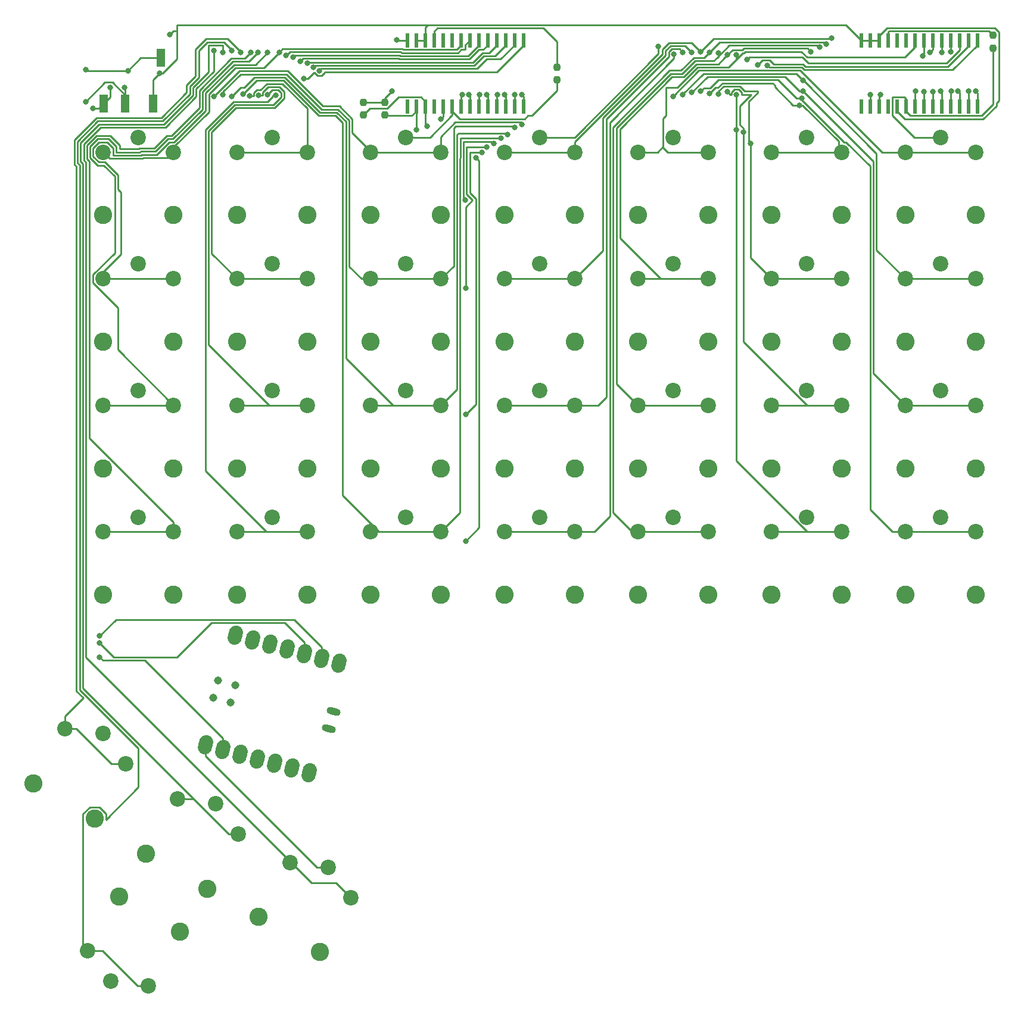
<source format=gbr>
%TF.GenerationSoftware,KiCad,Pcbnew,(6.0.11)*%
%TF.CreationDate,2023-05-24T14:48:23-07:00*%
%TF.ProjectId,keeb,6b656562-2e6b-4696-9361-645f70636258,rev?*%
%TF.SameCoordinates,Original*%
%TF.FileFunction,Copper,L2,Bot*%
%TF.FilePolarity,Positive*%
%FSLAX46Y46*%
G04 Gerber Fmt 4.6, Leading zero omitted, Abs format (unit mm)*
G04 Created by KiCad (PCBNEW (6.0.11)) date 2023-05-24 14:48:23*
%MOMM*%
%LPD*%
G01*
G04 APERTURE LIST*
G04 Aperture macros list*
%AMRoundRect*
0 Rectangle with rounded corners*
0 $1 Rounding radius*
0 $2 $3 $4 $5 $6 $7 $8 $9 X,Y pos of 4 corners*
0 Add a 4 corners polygon primitive as box body*
4,1,4,$2,$3,$4,$5,$6,$7,$8,$9,$2,$3,0*
0 Add four circle primitives for the rounded corners*
1,1,$1+$1,$2,$3*
1,1,$1+$1,$4,$5*
1,1,$1+$1,$6,$7*
1,1,$1+$1,$8,$9*
0 Add four rect primitives between the rounded corners*
20,1,$1+$1,$2,$3,$4,$5,0*
20,1,$1+$1,$4,$5,$6,$7,0*
20,1,$1+$1,$6,$7,$8,$9,0*
20,1,$1+$1,$8,$9,$2,$3,0*%
%AMHorizOval*
0 Thick line with rounded ends*
0 $1 width*
0 $2 $3 position (X,Y) of the first rounded end (center of the circle)*
0 $4 $5 position (X,Y) of the second rounded end (center of the circle)*
0 Add line between two ends*
20,1,$1,$2,$3,$4,$5,0*
0 Add two circle primitives to create the rounded ends*
1,1,$1,$2,$3*
1,1,$1,$4,$5*%
G04 Aperture macros list end*
%TA.AperFunction,ComponentPad*%
%ADD10C,2.600000*%
%TD*%
%TA.AperFunction,ComponentPad*%
%ADD11C,2.200000*%
%TD*%
%TA.AperFunction,SMDPad,CuDef*%
%ADD12R,0.600000X2.000000*%
%TD*%
%TA.AperFunction,SMDPad,CuDef*%
%ADD13RoundRect,0.237500X0.237500X-0.250000X0.237500X0.250000X-0.237500X0.250000X-0.237500X-0.250000X0*%
%TD*%
%TA.AperFunction,SMDPad,CuDef*%
%ADD14HorizOval,1.998980X-0.096967X-0.361884X0.096967X0.361884X0*%
%TD*%
%TA.AperFunction,SMDPad,CuDef*%
%ADD15HorizOval,1.016000X-0.490690X0.131480X0.490690X-0.131480X0*%
%TD*%
%TA.AperFunction,SMDPad,CuDef*%
%ADD16C,1.143000*%
%TD*%
%TA.AperFunction,SMDPad,CuDef*%
%ADD17RoundRect,0.237500X-0.237500X0.250000X-0.237500X-0.250000X0.237500X-0.250000X0.237500X0.250000X0*%
%TD*%
%TA.AperFunction,SMDPad,CuDef*%
%ADD18R,1.200000X2.500000*%
%TD*%
%TA.AperFunction,ViaPad*%
%ADD19C,0.800000*%
%TD*%
%TA.AperFunction,Conductor*%
%ADD20C,0.250000*%
%TD*%
G04 APERTURE END LIST*
D10*
%TO.P,SW25,*%
%TO.N,*%
X84000000Y-60150000D03*
D11*
%TO.P,SW25,1,1*%
%TO.N,+5V*%
X89000000Y-49100000D03*
%TO.P,SW25,2,2*%
%TO.N,Net-(SW25-Pad2)*%
X94000000Y-51200000D03*
%TD*%
D10*
%TO.P,SW5,*%
%TO.N,*%
X179000000Y-60150000D03*
D11*
%TO.P,SW5,1,1*%
%TO.N,+5V*%
X184000000Y-49100000D03*
%TO.P,SW5,2,2*%
%TO.N,Net-(SW37-Pad2)*%
X189000000Y-51200000D03*
%TD*%
D10*
%TO.P,SW12,*%
%TO.N,*%
X160000000Y-114150000D03*
D11*
%TO.P,SW12,1,1*%
%TO.N,+5V*%
X165000000Y-103100000D03*
%TO.P,SW12,2,2*%
%TO.N,Net-(SW12-Pad2)*%
X170000000Y-105200000D03*
%TD*%
D10*
%TO.P,SW6,*%
%TO.N,*%
X179000000Y-78150000D03*
D11*
%TO.P,SW6,1,1*%
%TO.N,+5V*%
X184000000Y-67100000D03*
%TO.P,SW6,2,2*%
%TO.N,Net-(SW38-Pad2)*%
X189000000Y-69200000D03*
%TD*%
D10*
%TO.P,SW7,*%
%TO.N,*%
X179000000Y-96150000D03*
D11*
%TO.P,SW7,1,1*%
%TO.N,+5V*%
X184000000Y-85100000D03*
%TO.P,SW7,2,2*%
%TO.N,Net-(SW39-Pad2)*%
X189000000Y-87200000D03*
%TD*%
D10*
%TO.P,SW19,*%
%TO.N,*%
X122000000Y-96150000D03*
D11*
%TO.P,SW19,1,1*%
%TO.N,+5V*%
X127000000Y-85100000D03*
%TO.P,SW19,2,2*%
%TO.N,Net-(SW19-Pad2)*%
X132000000Y-87200000D03*
%TD*%
D10*
%TO.P,SW3,*%
%TO.N,*%
X198000000Y-96150000D03*
D11*
%TO.P,SW3,1,1*%
%TO.N,+5V*%
X203000000Y-85100000D03*
%TO.P,SW3,2,2*%
%TO.N,Net-(SW3-Pad2)*%
X208000000Y-87200000D03*
%TD*%
D10*
%TO.P,SW9,*%
%TO.N,*%
X160000000Y-60150000D03*
D11*
%TO.P,SW9,1,1*%
%TO.N,+5V*%
X165000000Y-49100000D03*
%TO.P,SW9,2,2*%
%TO.N,Net-(SW41-Pad2)*%
X170000000Y-51200000D03*
%TD*%
D10*
%TO.P,SW14,*%
%TO.N,*%
X141000000Y-78150000D03*
D11*
%TO.P,SW14,1,1*%
%TO.N,+5V*%
X146000000Y-67100000D03*
%TO.P,SW14,2,2*%
%TO.N,Net-(SW14-Pad2)*%
X151000000Y-69200000D03*
%TD*%
D10*
%TO.P,SW1,*%
%TO.N,*%
X198000000Y-60150000D03*
D11*
%TO.P,SW1,1,1*%
%TO.N,+5V*%
X203000000Y-49100000D03*
%TO.P,SW1,2,2*%
%TO.N,Net-(SW1-Pad2)*%
X208000000Y-51200000D03*
%TD*%
D10*
%TO.P,SW32,*%
%TO.N,*%
X106094873Y-159960031D03*
D11*
%TO.P,SW32,1,1*%
%TO.N,+5V*%
X115950000Y-152890450D03*
%TO.P,SW32,2,2*%
%TO.N,Net-(SW32-Pad2)*%
X119230127Y-157209103D03*
%TD*%
D10*
%TO.P,SW20,*%
%TO.N,*%
X122000000Y-114150000D03*
D11*
%TO.P,SW20,1,1*%
%TO.N,+5V*%
X127000000Y-103100000D03*
%TO.P,SW20,2,2*%
%TO.N,Net-(SW20-Pad2)*%
X132000000Y-105200000D03*
%TD*%
D10*
%TO.P,SW29,*%
%TO.N,*%
X74094873Y-140960031D03*
D11*
%TO.P,SW29,1,1*%
%TO.N,+5V*%
X83950000Y-133890450D03*
%TO.P,SW29,2,2*%
%TO.N,Net-(SW29-Pad2)*%
X87230127Y-138209103D03*
%TD*%
D10*
%TO.P,SW10,*%
%TO.N,*%
X160000000Y-78150000D03*
D11*
%TO.P,SW10,1,1*%
%TO.N,+5V*%
X165000000Y-67100000D03*
%TO.P,SW10,2,2*%
%TO.N,Net-(SW10-Pad2)*%
X170000000Y-69200000D03*
%TD*%
D10*
%TO.P,SW8,*%
%TO.N,*%
X179000000Y-114150000D03*
D11*
%TO.P,SW8,1,1*%
%TO.N,+5V*%
X184000000Y-103100000D03*
%TO.P,SW8,2,2*%
%TO.N,Net-(SW40-Pad2)*%
X189000000Y-105200000D03*
%TD*%
D10*
%TO.P,SW31,*%
%TO.N,*%
X90094873Y-150960031D03*
D11*
%TO.P,SW31,1,1*%
%TO.N,+5V*%
X99950000Y-143890450D03*
%TO.P,SW31,2,2*%
%TO.N,Net-(SW31-Pad2)*%
X103230127Y-148209103D03*
%TD*%
D10*
%TO.P,SW15,*%
%TO.N,*%
X141000000Y-96150000D03*
D11*
%TO.P,SW15,1,1*%
%TO.N,+5V*%
X146000000Y-85100000D03*
%TO.P,SW15,2,2*%
%TO.N,Net-(SW15-Pad2)*%
X151000000Y-87200000D03*
%TD*%
D10*
%TO.P,SW2,*%
%TO.N,*%
X198000000Y-78150000D03*
D11*
%TO.P,SW2,1,1*%
%TO.N,+5V*%
X203000000Y-67100000D03*
%TO.P,SW2,2,2*%
%TO.N,Net-(SW2-Pad2)*%
X208000000Y-69200000D03*
%TD*%
D10*
%TO.P,SW11,*%
%TO.N,*%
X160000000Y-96150000D03*
D11*
%TO.P,SW11,1,1*%
%TO.N,+5V*%
X165000000Y-85100000D03*
%TO.P,SW11,2,2*%
%TO.N,Net-(SW11-Pad2)*%
X170000000Y-87200000D03*
%TD*%
D10*
%TO.P,SW30,*%
%TO.N,*%
X94905127Y-162039969D03*
D11*
%TO.P,SW30,1,1*%
%TO.N,+5V*%
X85050000Y-169109550D03*
%TO.P,SW30,2,2*%
%TO.N,Net-(SW30-Pad2)*%
X81769873Y-164790897D03*
%TD*%
D10*
%TO.P,SW22,*%
%TO.N,*%
X103000000Y-78150000D03*
D11*
%TO.P,SW22,1,1*%
%TO.N,+5V*%
X108000000Y-67100000D03*
%TO.P,SW22,2,2*%
%TO.N,Net-(SW22-Pad2)*%
X113000000Y-69200000D03*
%TD*%
D10*
%TO.P,SW4,*%
%TO.N,*%
X198000000Y-114150000D03*
D11*
%TO.P,SW4,1,1*%
%TO.N,+5V*%
X203000000Y-103100000D03*
%TO.P,SW4,2,2*%
%TO.N,Net-(SW36-Pad2)*%
X208000000Y-105200000D03*
%TD*%
D10*
%TO.P,SW21,*%
%TO.N,*%
X103000000Y-60150000D03*
D11*
%TO.P,SW21,1,1*%
%TO.N,+5V*%
X108000000Y-49100000D03*
%TO.P,SW21,2,2*%
%TO.N,Net-(SW21-Pad2)*%
X113000000Y-51200000D03*
%TD*%
D10*
%TO.P,SW17,*%
%TO.N,*%
X122000000Y-60150000D03*
D11*
%TO.P,SW17,1,1*%
%TO.N,+5V*%
X127000000Y-49100000D03*
%TO.P,SW17,2,2*%
%TO.N,Net-(SW17-Pad2)*%
X132000000Y-51200000D03*
%TD*%
D10*
%TO.P,SW16,*%
%TO.N,*%
X141000000Y-114150000D03*
D11*
%TO.P,SW16,1,1*%
%TO.N,+5V*%
X146000000Y-103100000D03*
%TO.P,SW16,2,2*%
%TO.N,Net-(SW16-Pad2)*%
X151000000Y-105200000D03*
%TD*%
D10*
%TO.P,SW26,*%
%TO.N,*%
X84000000Y-78150000D03*
D11*
%TO.P,SW26,1,1*%
%TO.N,+5V*%
X89000000Y-67100000D03*
%TO.P,SW26,2,2*%
%TO.N,Net-(SW26-Pad2)*%
X94000000Y-69200000D03*
%TD*%
D10*
%TO.P,SW24,*%
%TO.N,*%
X103000000Y-114150000D03*
D11*
%TO.P,SW24,1,1*%
%TO.N,+5V*%
X108000000Y-103100000D03*
%TO.P,SW24,2,2*%
%TO.N,Net-(SW24-Pad2)*%
X113000000Y-105200000D03*
%TD*%
D10*
%TO.P,SW18,*%
%TO.N,*%
X122000000Y-78150000D03*
D11*
%TO.P,SW18,1,1*%
%TO.N,+5V*%
X127000000Y-67100000D03*
%TO.P,SW18,2,2*%
%TO.N,Net-(SW18-Pad2)*%
X132000000Y-69200000D03*
%TD*%
D10*
%TO.P,SW27,*%
%TO.N,*%
X84000000Y-96150000D03*
D11*
%TO.P,SW27,1,1*%
%TO.N,+5V*%
X89000000Y-85100000D03*
%TO.P,SW27,2,2*%
%TO.N,Net-(SW27-Pad2)*%
X94000000Y-87200000D03*
%TD*%
D10*
%TO.P,SW28,*%
%TO.N,*%
X84000000Y-114150000D03*
D11*
%TO.P,SW28,1,1*%
%TO.N,+5V*%
X89000000Y-103100000D03*
%TO.P,SW28,2,2*%
%TO.N,Net-(SW28-Pad2)*%
X94000000Y-105200000D03*
%TD*%
D10*
%TO.P,SW13,*%
%TO.N,*%
X141000000Y-60150000D03*
D11*
%TO.P,SW13,1,1*%
%TO.N,+5V*%
X146000000Y-49100000D03*
%TO.P,SW13,2,2*%
%TO.N,Net-(SW13-Pad2)*%
X151000000Y-51200000D03*
%TD*%
D10*
%TO.P,SW23,*%
%TO.N,*%
X103000000Y-96150000D03*
D11*
%TO.P,SW23,1,1*%
%TO.N,+5V*%
X108000000Y-85100000D03*
%TO.P,SW23,2,2*%
%TO.N,Net-(SW23-Pad2)*%
X113000000Y-87200000D03*
%TD*%
D10*
%TO.P,SW38,*%
%TO.N,*%
X189000000Y-78150000D03*
D11*
%TO.P,SW38,1,1*%
%TO.N,+5V*%
X184000000Y-67100000D03*
%TO.P,SW38,2,2*%
%TO.N,Net-(SW38-Pad2)*%
X179000000Y-69200000D03*
%TD*%
D10*
%TO.P,SW57,*%
%TO.N,*%
X94000000Y-60150000D03*
D11*
%TO.P,SW57,1,1*%
%TO.N,+5V*%
X89000000Y-49100000D03*
%TO.P,SW57,2,2*%
%TO.N,Net-(SW25-Pad2)*%
X84000000Y-51200000D03*
%TD*%
D12*
%TO.P,U4,1,GPB0*%
%TO.N,Net-(SW1-Pad2)*%
X208255000Y-44700000D03*
%TO.P,U4,2,GPB1*%
%TO.N,Net-(SW2-Pad2)*%
X206985000Y-44700000D03*
%TO.P,U4,3,GPB2*%
%TO.N,Net-(SW3-Pad2)*%
X205715000Y-44700000D03*
%TO.P,U4,4,GPB3*%
%TO.N,Net-(SW36-Pad2)*%
X204445000Y-44700000D03*
%TO.P,U4,5,GPB4*%
%TO.N,Net-(SW37-Pad2)*%
X203175000Y-44700000D03*
%TO.P,U4,6,GPB5*%
%TO.N,Net-(SW38-Pad2)*%
X201905000Y-44700000D03*
%TO.P,U4,7,GPB6*%
%TO.N,Net-(SW39-Pad2)*%
X200635000Y-44700000D03*
%TO.P,U4,8,GPB7*%
%TO.N,Net-(SW40-Pad2)*%
X199365000Y-44700000D03*
%TO.P,U4,9,VDD*%
%TO.N,+5V*%
X198095000Y-44700000D03*
%TO.P,U4,10,VSS*%
%TO.N,GND*%
X196825000Y-44700000D03*
%TO.P,U4,11,NC*%
%TO.N,unconnected-(U4-Pad11)*%
X195555000Y-44700000D03*
%TO.P,U4,12,SCK*%
%TO.N,/SCK*%
X194285000Y-44700000D03*
%TO.P,U4,13,SDA*%
%TO.N,/SDA*%
X193015000Y-44700000D03*
%TO.P,U4,14,NC*%
%TO.N,unconnected-(U4-Pad14)*%
X191745000Y-44700000D03*
%TO.P,U4,15,A0*%
%TO.N,GND*%
X191745000Y-35300000D03*
%TO.P,U4,16,A1*%
X193015000Y-35300000D03*
%TO.P,U4,17,A2*%
X194285000Y-35300000D03*
%TO.P,U4,18,~{RESET}*%
%TO.N,/Reset 3*%
X195555000Y-35300000D03*
%TO.P,U4,19,INTB*%
%TO.N,unconnected-(U4-Pad19)*%
X196825000Y-35300000D03*
%TO.P,U4,20,INTA*%
%TO.N,unconnected-(U4-Pad20)*%
X198095000Y-35300000D03*
%TO.P,U4,21,GPA0*%
%TO.N,Net-(SW41-Pad2)*%
X199365000Y-35300000D03*
%TO.P,U4,22,GPA1*%
%TO.N,Net-(SW10-Pad2)*%
X200635000Y-35300000D03*
%TO.P,U4,23,GPA2*%
%TO.N,Net-(SW11-Pad2)*%
X201905000Y-35300000D03*
%TO.P,U4,24,GPA3*%
%TO.N,Net-(SW12-Pad2)*%
X203175000Y-35300000D03*
%TO.P,U4,25,GPA4*%
%TO.N,Net-(SW13-Pad2)*%
X204445000Y-35300000D03*
%TO.P,U4,26,GPA5*%
%TO.N,Net-(SW14-Pad2)*%
X205715000Y-35300000D03*
%TO.P,U4,27,GPA6*%
%TO.N,Net-(SW15-Pad2)*%
X206985000Y-35300000D03*
%TO.P,U4,28,GPA7*%
%TO.N,Net-(SW16-Pad2)*%
X208255000Y-35300000D03*
%TD*%
D10*
%TO.P,SW47,*%
%TO.N,*%
X151000000Y-96150000D03*
D11*
%TO.P,SW47,1,1*%
%TO.N,+5V*%
X146000000Y-85100000D03*
%TO.P,SW47,2,2*%
%TO.N,Net-(SW15-Pad2)*%
X141000000Y-87200000D03*
%TD*%
D13*
%TO.P,R5,1*%
%TO.N,/SDA*%
X124000000Y-45912500D03*
%TO.P,R5,2*%
%TO.N,+5V*%
X124000000Y-44087500D03*
%TD*%
D10*
%TO.P,SW45,*%
%TO.N,*%
X151000000Y-60150000D03*
D11*
%TO.P,SW45,1,1*%
%TO.N,+5V*%
X146000000Y-49100000D03*
%TO.P,SW45,2,2*%
%TO.N,Net-(SW13-Pad2)*%
X141000000Y-51200000D03*
%TD*%
D10*
%TO.P,SW37,*%
%TO.N,*%
X189000000Y-60150000D03*
D11*
%TO.P,SW37,1,1*%
%TO.N,+5V*%
X184000000Y-49100000D03*
%TO.P,SW37,2,2*%
%TO.N,Net-(SW37-Pad2)*%
X179000000Y-51200000D03*
%TD*%
D10*
%TO.P,SW33,*%
%TO.N,*%
X208000000Y-60150000D03*
D11*
%TO.P,SW33,1,1*%
%TO.N,+5V*%
X203000000Y-49100000D03*
%TO.P,SW33,2,2*%
%TO.N,Net-(SW1-Pad2)*%
X198000000Y-51200000D03*
%TD*%
D12*
%TO.P,U5,1,GPB0*%
%TO.N,Net-(SW17-Pad2)*%
X143755000Y-44700000D03*
%TO.P,U5,2,GPB1*%
%TO.N,Net-(SW18-Pad2)*%
X142485000Y-44700000D03*
%TO.P,U5,3,GPB2*%
%TO.N,Net-(SW19-Pad2)*%
X141215000Y-44700000D03*
%TO.P,U5,4,GPB3*%
%TO.N,Net-(SW20-Pad2)*%
X139945000Y-44700000D03*
%TO.P,U5,5,GPB4*%
%TO.N,Net-(SW21-Pad2)*%
X138675000Y-44700000D03*
%TO.P,U5,6,GPB5*%
%TO.N,Net-(SW22-Pad2)*%
X137405000Y-44700000D03*
%TO.P,U5,7,GPB6*%
%TO.N,Net-(SW23-Pad2)*%
X136135000Y-44700000D03*
%TO.P,U5,8,GPB7*%
%TO.N,Net-(SW24-Pad2)*%
X134865000Y-44700000D03*
%TO.P,U5,9,VDD*%
%TO.N,+5V*%
X133595000Y-44700000D03*
%TO.P,U5,10,VSS*%
%TO.N,GND*%
X132325000Y-44700000D03*
%TO.P,U5,11,NC*%
%TO.N,unconnected-(U5-Pad11)*%
X131055000Y-44700000D03*
%TO.P,U5,12,SCK*%
%TO.N,/SCK*%
X129785000Y-44700000D03*
%TO.P,U5,13,SDA*%
%TO.N,/SDA*%
X128515000Y-44700000D03*
%TO.P,U5,14,NC*%
%TO.N,unconnected-(U5-Pad14)*%
X127245000Y-44700000D03*
%TO.P,U5,15,A0*%
%TO.N,+5V*%
X127245000Y-35300000D03*
%TO.P,U5,16,A1*%
%TO.N,GND*%
X128515000Y-35300000D03*
%TO.P,U5,17,A2*%
X129785000Y-35300000D03*
%TO.P,U5,18,~{RESET}*%
%TO.N,/Reset 4*%
X131055000Y-35300000D03*
%TO.P,U5,19,INTB*%
%TO.N,unconnected-(U5-Pad19)*%
X132325000Y-35300000D03*
%TO.P,U5,20,INTA*%
%TO.N,unconnected-(U5-Pad20)*%
X133595000Y-35300000D03*
%TO.P,U5,21,GPA0*%
%TO.N,Net-(SW25-Pad2)*%
X134865000Y-35300000D03*
%TO.P,U5,22,GPA1*%
%TO.N,Net-(SW26-Pad2)*%
X136135000Y-35300000D03*
%TO.P,U5,23,GPA2*%
%TO.N,Net-(SW27-Pad2)*%
X137405000Y-35300000D03*
%TO.P,U5,24,GPA3*%
%TO.N,Net-(SW28-Pad2)*%
X138675000Y-35300000D03*
%TO.P,U5,25,GPA4*%
%TO.N,Net-(SW29-Pad2)*%
X139945000Y-35300000D03*
%TO.P,U5,26,GPA5*%
%TO.N,Net-(SW30-Pad2)*%
X141215000Y-35300000D03*
%TO.P,U5,27,GPA6*%
%TO.N,Net-(SW31-Pad2)*%
X142485000Y-35300000D03*
%TO.P,U5,28,GPA7*%
%TO.N,Net-(SW32-Pad2)*%
X143755000Y-35300000D03*
%TD*%
D10*
%TO.P,SW42,*%
%TO.N,*%
X170000000Y-78150000D03*
D11*
%TO.P,SW42,1,1*%
%TO.N,+5V*%
X165000000Y-67100000D03*
%TO.P,SW42,2,2*%
%TO.N,Net-(SW10-Pad2)*%
X160000000Y-69200000D03*
%TD*%
D10*
%TO.P,SW35,*%
%TO.N,*%
X208000000Y-96150000D03*
D11*
%TO.P,SW35,1,1*%
%TO.N,+5V*%
X203000000Y-85100000D03*
%TO.P,SW35,2,2*%
%TO.N,Net-(SW3-Pad2)*%
X198000000Y-87200000D03*
%TD*%
D10*
%TO.P,SW34,*%
%TO.N,*%
X208000000Y-78150000D03*
D11*
%TO.P,SW34,1,1*%
%TO.N,+5V*%
X203000000Y-67100000D03*
%TO.P,SW34,2,2*%
%TO.N,Net-(SW2-Pad2)*%
X198000000Y-69200000D03*
%TD*%
D10*
%TO.P,SW63,*%
%TO.N,*%
X98755127Y-155960031D03*
D11*
%TO.P,SW63,1,1*%
%TO.N,+5V*%
X99950000Y-143890450D03*
%TO.P,SW63,2,2*%
%TO.N,Net-(SW31-Pad2)*%
X94569873Y-143209103D03*
%TD*%
D10*
%TO.P,SW49,*%
%TO.N,*%
X132000000Y-60150000D03*
D11*
%TO.P,SW49,1,1*%
%TO.N,+5V*%
X127000000Y-49100000D03*
%TO.P,SW49,2,2*%
%TO.N,Net-(SW17-Pad2)*%
X122000000Y-51200000D03*
%TD*%
D10*
%TO.P,SW55,*%
%TO.N,*%
X113000000Y-96150000D03*
D11*
%TO.P,SW55,1,1*%
%TO.N,+5V*%
X108000000Y-85100000D03*
%TO.P,SW55,2,2*%
%TO.N,Net-(SW23-Pad2)*%
X103000000Y-87200000D03*
%TD*%
D10*
%TO.P,SW53,*%
%TO.N,*%
X113000000Y-60150000D03*
D11*
%TO.P,SW53,1,1*%
%TO.N,+5V*%
X108000000Y-49100000D03*
%TO.P,SW53,2,2*%
%TO.N,Net-(SW21-Pad2)*%
X103000000Y-51200000D03*
%TD*%
D10*
%TO.P,SW40,*%
%TO.N,*%
X189000000Y-114150000D03*
D11*
%TO.P,SW40,1,1*%
%TO.N,+5V*%
X184000000Y-103100000D03*
%TO.P,SW40,2,2*%
%TO.N,Net-(SW40-Pad2)*%
X179000000Y-105200000D03*
%TD*%
D10*
%TO.P,SW43,*%
%TO.N,*%
X170000000Y-96150000D03*
D11*
%TO.P,SW43,1,1*%
%TO.N,+5V*%
X165000000Y-85100000D03*
%TO.P,SW43,2,2*%
%TO.N,Net-(SW11-Pad2)*%
X160000000Y-87200000D03*
%TD*%
D10*
%TO.P,SW56,*%
%TO.N,*%
X113000000Y-114150000D03*
D11*
%TO.P,SW56,1,1*%
%TO.N,+5V*%
X108000000Y-103100000D03*
%TO.P,SW56,2,2*%
%TO.N,Net-(SW24-Pad2)*%
X103000000Y-105200000D03*
%TD*%
D10*
%TO.P,SW46,*%
%TO.N,*%
X151000000Y-78150000D03*
D11*
%TO.P,SW46,1,1*%
%TO.N,+5V*%
X146000000Y-67100000D03*
%TO.P,SW46,2,2*%
%TO.N,Net-(SW14-Pad2)*%
X141000000Y-69200000D03*
%TD*%
D10*
%TO.P,SW51,*%
%TO.N,*%
X132000000Y-96150000D03*
D11*
%TO.P,SW51,1,1*%
%TO.N,+5V*%
X127000000Y-85100000D03*
%TO.P,SW51,2,2*%
%TO.N,Net-(SW19-Pad2)*%
X122000000Y-87200000D03*
%TD*%
D14*
%TO.P,U3,1,PA02_A0_D0*%
%TO.N,unconnected-(U3-Pad1)*%
X102753424Y-119894638D03*
%TO.P,U3,2,PA4_A1_D1*%
%TO.N,unconnected-(U3-Pad2)*%
X105206876Y-120552039D03*
%TO.P,U3,3,PA10_A2_D2*%
%TO.N,unconnected-(U3-Pad3)*%
X107660328Y-121209439D03*
%TO.P,U3,4,PA11_A3_D3*%
%TO.N,unconnected-(U3-Pad4)*%
X110113779Y-121866839D03*
%TO.P,U3,5,PA8_A4_D4_SDA*%
%TO.N,/SDA*%
X112567231Y-122524240D03*
%TO.P,U3,6,PA9_A5_D5_SCL*%
%TO.N,/SCK*%
X115020682Y-123181640D03*
%TO.P,U3,7,PB08_A6_D6_TX*%
%TO.N,unconnected-(U3-Pad7)*%
X117474134Y-123839041D03*
%TO.P,U3,8,PB09_A7_D7_RX*%
%TO.N,unconnected-(U3-Pad8)*%
X113290438Y-139452806D03*
%TO.P,U3,9,PA7_A8_D8_SCK*%
%TO.N,unconnected-(U3-Pad9)*%
X110836986Y-138795406D03*
%TO.P,U3,10,PA5_A9_D9_MISO*%
%TO.N,unconnected-(U3-Pad10)*%
X108383535Y-138138006D03*
%TO.P,U3,11,PA6_A10_D10_MOSI*%
%TO.N,unconnected-(U3-Pad11)*%
X105930083Y-137480605D03*
%TO.P,U3,12,3V3*%
%TO.N,unconnected-(U3-Pad12)*%
X103476632Y-136823205D03*
%TO.P,U3,13,GND*%
%TO.N,GND*%
X101023180Y-136165805D03*
%TO.P,U3,14,5V*%
%TO.N,+5V*%
X98569728Y-135508404D03*
D15*
%TO.P,U3,15,5V*%
%TO.N,unconnected-(U3-Pad15)*%
X116737949Y-130750898D03*
%TO.P,U3,16,GND*%
%TO.N,unconnected-(U3-Pad16)*%
X116077960Y-133214008D03*
D16*
%TO.P,U3,17,PA31_SWDIO*%
%TO.N,unconnected-(U3-Pad17)*%
X100313475Y-126348734D03*
%TO.P,U3,18,PA30_SWCLK*%
%TO.N,unconnected-(U3-Pad18)*%
X99656075Y-128802186D03*
%TO.P,U3,19,RESET*%
%TO.N,unconnected-(U3-Pad19)*%
X102766927Y-127006134D03*
%TO.P,U3,20,GND*%
%TO.N,unconnected-(U3-Pad20)*%
X102109527Y-129459586D03*
%TD*%
D13*
%TO.P,R6,1*%
%TO.N,/SCK*%
X121000000Y-45912500D03*
%TO.P,R6,2*%
%TO.N,+5V*%
X121000000Y-44087500D03*
%TD*%
D10*
%TO.P,SW50,*%
%TO.N,*%
X132000000Y-78150000D03*
D11*
%TO.P,SW50,1,1*%
%TO.N,+5V*%
X127000000Y-67100000D03*
%TO.P,SW50,2,2*%
%TO.N,Net-(SW18-Pad2)*%
X122000000Y-69200000D03*
%TD*%
D10*
%TO.P,SW62,*%
%TO.N,*%
X86244873Y-157039969D03*
D11*
%TO.P,SW62,1,1*%
%TO.N,+5V*%
X85050000Y-169109550D03*
%TO.P,SW62,2,2*%
%TO.N,Net-(SW30-Pad2)*%
X90430127Y-169790897D03*
%TD*%
D17*
%TO.P,R7,1*%
%TO.N,/Reset 3*%
X210500000Y-34587500D03*
%TO.P,R7,2*%
%TO.N,+5V*%
X210500000Y-36412500D03*
%TD*%
D10*
%TO.P,SW64,*%
%TO.N,*%
X114755127Y-164960031D03*
D11*
%TO.P,SW64,1,1*%
%TO.N,+5V*%
X115950000Y-152890450D03*
%TO.P,SW64,2,2*%
%TO.N,Net-(SW32-Pad2)*%
X110569873Y-152209103D03*
%TD*%
D18*
%TO.P,J2,R1*%
%TO.N,/SDA*%
X87095000Y-44250000D03*
%TO.P,J2,R2*%
%TO.N,/SCK*%
X84095000Y-44250000D03*
%TO.P,J2,S*%
%TO.N,+5V*%
X92195000Y-37750000D03*
%TO.P,J2,T*%
%TO.N,GND*%
X91095000Y-44250000D03*
%TD*%
D10*
%TO.P,SW54,*%
%TO.N,*%
X113000000Y-78150000D03*
D11*
%TO.P,SW54,1,1*%
%TO.N,+5V*%
X108000000Y-67100000D03*
%TO.P,SW54,2,2*%
%TO.N,Net-(SW22-Pad2)*%
X103000000Y-69200000D03*
%TD*%
D10*
%TO.P,SW60,*%
%TO.N,*%
X94000000Y-114150000D03*
D11*
%TO.P,SW60,1,1*%
%TO.N,+5V*%
X89000000Y-103100000D03*
%TO.P,SW60,2,2*%
%TO.N,Net-(SW28-Pad2)*%
X84000000Y-105200000D03*
%TD*%
D10*
%TO.P,SW41,*%
%TO.N,*%
X170000000Y-60150000D03*
D11*
%TO.P,SW41,1,1*%
%TO.N,+5V*%
X165000000Y-49100000D03*
%TO.P,SW41,2,2*%
%TO.N,Net-(SW41-Pad2)*%
X160000000Y-51200000D03*
%TD*%
D10*
%TO.P,SW59,*%
%TO.N,*%
X94000000Y-96150000D03*
D11*
%TO.P,SW59,1,1*%
%TO.N,+5V*%
X89000000Y-85100000D03*
%TO.P,SW59,2,2*%
%TO.N,Net-(SW27-Pad2)*%
X84000000Y-87200000D03*
%TD*%
D10*
%TO.P,SW36,*%
%TO.N,*%
X208000000Y-114150000D03*
D11*
%TO.P,SW36,1,1*%
%TO.N,+5V*%
X203000000Y-103100000D03*
%TO.P,SW36,2,2*%
%TO.N,Net-(SW36-Pad2)*%
X198000000Y-105200000D03*
%TD*%
D10*
%TO.P,SW61,*%
%TO.N,*%
X82755127Y-145960031D03*
D11*
%TO.P,SW61,1,1*%
%TO.N,+5V*%
X83950000Y-133890450D03*
%TO.P,SW61,2,2*%
%TO.N,Net-(SW29-Pad2)*%
X78569873Y-133209103D03*
%TD*%
D10*
%TO.P,SW48,*%
%TO.N,*%
X151000000Y-114150000D03*
D11*
%TO.P,SW48,1,1*%
%TO.N,+5V*%
X146000000Y-103100000D03*
%TO.P,SW48,2,2*%
%TO.N,Net-(SW16-Pad2)*%
X141000000Y-105200000D03*
%TD*%
D10*
%TO.P,SW52,*%
%TO.N,*%
X132000000Y-114150000D03*
D11*
%TO.P,SW52,1,1*%
%TO.N,+5V*%
X127000000Y-103100000D03*
%TO.P,SW52,2,2*%
%TO.N,Net-(SW20-Pad2)*%
X122000000Y-105200000D03*
%TD*%
D10*
%TO.P,SW44,*%
%TO.N,*%
X170000000Y-114150000D03*
D11*
%TO.P,SW44,1,1*%
%TO.N,+5V*%
X165000000Y-103100000D03*
%TO.P,SW44,2,2*%
%TO.N,Net-(SW12-Pad2)*%
X160000000Y-105200000D03*
%TD*%
D17*
%TO.P,R8,1*%
%TO.N,/Reset 4*%
X148500000Y-39087500D03*
%TO.P,R8,2*%
%TO.N,+5V*%
X148500000Y-40912500D03*
%TD*%
D10*
%TO.P,SW39,*%
%TO.N,*%
X189000000Y-96150000D03*
D11*
%TO.P,SW39,1,1*%
%TO.N,+5V*%
X184000000Y-85100000D03*
%TO.P,SW39,2,2*%
%TO.N,Net-(SW39-Pad2)*%
X179000000Y-87200000D03*
%TD*%
D10*
%TO.P,SW58,*%
%TO.N,*%
X94000000Y-78150000D03*
D11*
%TO.P,SW58,1,1*%
%TO.N,+5V*%
X89000000Y-67100000D03*
%TO.P,SW58,2,2*%
%TO.N,Net-(SW26-Pad2)*%
X84000000Y-69200000D03*
%TD*%
D19*
%TO.N,/SDA*%
X81500000Y-44000000D03*
X87000000Y-42000000D03*
X83500000Y-121000000D03*
X128500000Y-48000000D03*
X193000000Y-43000000D03*
%TO.N,/SCK*%
X130000000Y-47500000D03*
X82500000Y-45000000D03*
X83500000Y-120000000D03*
X85000000Y-42000000D03*
X194500000Y-43000000D03*
%TO.N,+5V*%
X87500000Y-39599502D03*
X81500000Y-39500000D03*
X162911160Y-36139627D03*
X125706250Y-35206250D03*
X125000000Y-42500000D03*
%TO.N,GND*%
X132000000Y-46500000D03*
X83500000Y-123000000D03*
X92000000Y-40000000D03*
X93500000Y-34500000D03*
%TO.N,Net-(SW1-Pad2)*%
X208000000Y-42500000D03*
X165000000Y-43255000D03*
%TO.N,Net-(SW2-Pad2)*%
X183487701Y-41012299D03*
X166380000Y-42985000D03*
X207000000Y-42500000D03*
%TO.N,Net-(SW3-Pad2)*%
X205500000Y-42500000D03*
X183475825Y-42500000D03*
X167650000Y-42715000D03*
%TO.N,Net-(SW10-Pad2)*%
X172730000Y-37365000D03*
X200500000Y-37500000D03*
X184599848Y-36900152D03*
%TO.N,Net-(SW11-Pad2)*%
X171460000Y-37095000D03*
X185817342Y-36274500D03*
X201500000Y-37000000D03*
%TO.N,Net-(SW12-Pad2)*%
X203175000Y-37000000D03*
X186793245Y-35824500D03*
X170190000Y-37000000D03*
%TO.N,Net-(SW13-Pad2)*%
X204437002Y-36937002D03*
X187500000Y-35000000D03*
X168920000Y-36920000D03*
%TO.N,Net-(SW14-Pad2)*%
X167650000Y-37000000D03*
X175500000Y-38000000D03*
%TO.N,Net-(SW15-Pad2)*%
X166380000Y-36985000D03*
X177000000Y-38825500D03*
%TO.N,Net-(SW16-Pad2)*%
X165110000Y-37255000D03*
X178420201Y-38850500D03*
%TO.N,Net-(SW17-Pad2)*%
X143500000Y-43000000D03*
X143500000Y-47224500D03*
X99745000Y-43255000D03*
%TO.N,Net-(SW18-Pad2)*%
X101015000Y-43015000D03*
X142500000Y-47674500D03*
X142500000Y-43000000D03*
%TO.N,Net-(SW19-Pad2)*%
X141500000Y-48724500D03*
X141000000Y-43000000D03*
X102285000Y-43285000D03*
%TO.N,Net-(SW20-Pad2)*%
X140000000Y-43000000D03*
X140500000Y-49224500D03*
X103847253Y-42967599D03*
%TO.N,Net-(SW21-Pad2)*%
X135449501Y-58000000D03*
X139500000Y-49949000D03*
X138500000Y-43000000D03*
X104825000Y-43175000D03*
%TO.N,Net-(SW22-Pad2)*%
X135500000Y-70500000D03*
X138500000Y-50500000D03*
X106095000Y-43095000D03*
X137500000Y-43000000D03*
%TO.N,Net-(SW23-Pad2)*%
X137793245Y-51224500D03*
X135500000Y-88500000D03*
X136000000Y-43000000D03*
X107365000Y-43000000D03*
%TO.N,Net-(SW24-Pad2)*%
X135500000Y-106500000D03*
X137000000Y-52000000D03*
X108555500Y-43079500D03*
X135000000Y-43000000D03*
%TO.N,Net-(SW25-Pad2)*%
X109000000Y-37000000D03*
%TO.N,Net-(SW26-Pad2)*%
X107365000Y-37000000D03*
X110000000Y-37450500D03*
%TO.N,Net-(SW27-Pad2)*%
X110964336Y-37713295D03*
X106000000Y-37000000D03*
%TO.N,Net-(SW28-Pad2)*%
X105000000Y-37000000D03*
X112000000Y-38249500D03*
%TO.N,Net-(SW29-Pad2)*%
X113000000Y-38574500D03*
X103555000Y-37000000D03*
%TO.N,Net-(SW30-Pad2)*%
X113831728Y-39149500D03*
X102285000Y-36715000D03*
%TO.N,Net-(SW31-Pad2)*%
X114716873Y-39613747D03*
X101000614Y-36984781D03*
%TO.N,Net-(SW32-Pad2)*%
X112500000Y-40699500D03*
X99745000Y-36745000D03*
%TO.N,Net-(SW36-Pad2)*%
X168920000Y-42555000D03*
X183250000Y-43500000D03*
X204500000Y-42500000D03*
%TO.N,Net-(SW37-Pad2)*%
X182987701Y-44512299D03*
X170190000Y-42825000D03*
X203000000Y-42500000D03*
%TO.N,Net-(SW38-Pad2)*%
X171460000Y-42905000D03*
X176000000Y-50000000D03*
X201905000Y-42595000D03*
%TO.N,Net-(SW39-Pad2)*%
X200635000Y-42635000D03*
X172730000Y-42635000D03*
X175000000Y-48375500D03*
%TO.N,Net-(SW40-Pad2)*%
X174000000Y-48000000D03*
X199500000Y-42500000D03*
X174000000Y-43000000D03*
%TO.N,Net-(SW41-Pad2)*%
X174000000Y-37365000D03*
%TD*%
D20*
%TO.N,/SDA*%
X128500000Y-48000000D02*
X128515000Y-47985000D01*
X94500000Y-123000000D02*
X85500000Y-123000000D01*
X87095000Y-43069695D02*
X87095000Y-44250000D01*
X85500000Y-123000000D02*
X83500000Y-121000000D01*
X85300305Y-41275000D02*
X87095000Y-43069695D01*
X127870000Y-46025000D02*
X128515000Y-45380000D01*
X81500000Y-44000000D02*
X84225000Y-41275000D01*
X124087500Y-46000000D02*
X126595000Y-46000000D01*
X124000000Y-45912500D02*
X124087500Y-46000000D01*
X99388599Y-118111401D02*
X94500000Y-123000000D01*
X126595000Y-46000000D02*
X126620000Y-46025000D01*
X193015000Y-43015000D02*
X193000000Y-43000000D01*
X126620000Y-46025000D02*
X127870000Y-46025000D01*
X109765766Y-118111401D02*
X99388599Y-118111401D01*
X193015000Y-44700000D02*
X193015000Y-43015000D01*
X128515000Y-47985000D02*
X128515000Y-44700000D01*
X87095000Y-44250000D02*
X87095000Y-42095000D01*
X112567231Y-120912866D02*
X109765766Y-118111401D01*
X128515000Y-45380000D02*
X128515000Y-44700000D01*
X87095000Y-42095000D02*
X87000000Y-42000000D01*
X84225000Y-41275000D02*
X85300305Y-41275000D01*
X112567231Y-122524240D02*
X112567231Y-120912866D01*
%TO.N,/SCK*%
X194285000Y-43215000D02*
X194500000Y-43000000D01*
X129785000Y-44700000D02*
X129785000Y-44000000D01*
X130000000Y-47500000D02*
X129785000Y-47285000D01*
X115020682Y-123181640D02*
X115020682Y-121570266D01*
X82500000Y-45000000D02*
X83345000Y-45000000D01*
X124370495Y-45000000D02*
X121912500Y-45000000D01*
X121912500Y-45000000D02*
X121000000Y-45912500D01*
X125995495Y-43375000D02*
X124370495Y-45000000D01*
X115020682Y-121570266D02*
X111111817Y-117661401D01*
X194285000Y-44700000D02*
X194285000Y-43215000D01*
X85000000Y-43345000D02*
X85000000Y-42000000D01*
X85838599Y-117661401D02*
X111111817Y-117661401D01*
X84095000Y-44250000D02*
X85000000Y-43345000D01*
X83345000Y-45000000D02*
X84095000Y-44250000D01*
X129785000Y-44000000D02*
X129160000Y-43375000D01*
X129160000Y-43375000D02*
X125995495Y-43375000D01*
X85838599Y-117661401D02*
X83500000Y-120000000D01*
X129785000Y-47285000D02*
X129785000Y-44700000D01*
%TO.N,+5V*%
X87500000Y-39599502D02*
X89349502Y-37750000D01*
X127245000Y-35300000D02*
X125800000Y-35300000D01*
X124000000Y-44087500D02*
X124000000Y-43500000D01*
X208880000Y-46025000D02*
X210500000Y-44405000D01*
X98569728Y-135508404D02*
X98569728Y-137119778D01*
X210500000Y-44405000D02*
X210500000Y-36412500D01*
X198720000Y-46025000D02*
X208880000Y-46025000D01*
X197875000Y-43375000D02*
X198095000Y-43595000D01*
X133595000Y-45380000D02*
X133595000Y-44700000D01*
X114340400Y-152890450D02*
X115950000Y-152890450D01*
X148500000Y-42456250D02*
X144931250Y-46025000D01*
X148500000Y-40912500D02*
X148500000Y-42456250D01*
X196200000Y-46025000D02*
X196200000Y-43375000D01*
X98569728Y-137119778D02*
X114340400Y-152890450D01*
X198095000Y-45400000D02*
X198720000Y-46025000D01*
X162911160Y-36139627D02*
X162911160Y-37179652D01*
X130425305Y-49100000D02*
X127000000Y-49100000D01*
X143905000Y-46500000D02*
X134715000Y-46500000D01*
X196200000Y-43375000D02*
X197875000Y-43375000D01*
X124000000Y-43500000D02*
X125000000Y-42500000D01*
X144931250Y-46025000D02*
X144380000Y-46025000D01*
X162911160Y-37179652D02*
X150990812Y-49100000D01*
X150990812Y-49100000D02*
X146000000Y-49100000D01*
X133595000Y-45930305D02*
X130425305Y-49100000D01*
X198095000Y-43595000D02*
X198095000Y-44700000D01*
X87435492Y-39664010D02*
X87500000Y-39599502D01*
X199275000Y-49100000D02*
X196200000Y-46025000D01*
X121000000Y-44087500D02*
X124000000Y-44087500D01*
X203000000Y-49100000D02*
X199275000Y-49100000D01*
X134715000Y-46500000D02*
X133595000Y-45380000D01*
X81664010Y-39664010D02*
X87435492Y-39664010D01*
X81500000Y-39500000D02*
X81664010Y-39664010D01*
X125800000Y-35300000D02*
X125706250Y-35206250D01*
X133595000Y-44700000D02*
X133595000Y-45930305D01*
X89349502Y-37750000D02*
X92195000Y-37750000D01*
X198095000Y-44700000D02*
X198095000Y-45400000D01*
X144380000Y-46025000D02*
X143905000Y-46500000D01*
%TO.N,GND*%
X94500000Y-37945000D02*
X92445000Y-40000000D01*
X194285000Y-35300000D02*
X194285000Y-34600000D01*
X91095000Y-40905000D02*
X92000000Y-40000000D01*
X129785000Y-35300000D02*
X129785000Y-33465000D01*
X189570000Y-33125000D02*
X130125000Y-33125000D01*
X196825000Y-45400000D02*
X196825000Y-44700000D01*
X83950000Y-123450000D02*
X83500000Y-123000000D01*
X94500000Y-34000000D02*
X94500000Y-37945000D01*
X132325000Y-44700000D02*
X132325000Y-46175000D01*
X195360000Y-33525000D02*
X210720495Y-33525000D01*
X191745000Y-35300000D02*
X193015000Y-35300000D01*
X210950000Y-44218604D02*
X210950000Y-44591396D01*
X94500000Y-33125000D02*
X94500000Y-34000000D01*
X193015000Y-35300000D02*
X194285000Y-35300000D01*
X209066396Y-46475000D02*
X197900000Y-46475000D01*
X101023180Y-134554431D02*
X89918749Y-123450000D01*
X132325000Y-46175000D02*
X132000000Y-46500000D01*
X191745000Y-35300000D02*
X189570000Y-33125000D01*
X94000000Y-34000000D02*
X94500000Y-34000000D01*
X197900000Y-46475000D02*
X196825000Y-45400000D01*
X130125000Y-33125000D02*
X94500000Y-33125000D01*
X210950000Y-44591396D02*
X209066396Y-46475000D01*
X129785000Y-33465000D02*
X130125000Y-33125000D01*
X89918749Y-123450000D02*
X83950000Y-123450000D01*
X210720495Y-33525000D02*
X211300000Y-34104505D01*
X211300000Y-43868604D02*
X210950000Y-44218604D01*
X129785000Y-35300000D02*
X128515000Y-35300000D01*
X93500000Y-34500000D02*
X94000000Y-34000000D01*
X92445000Y-40000000D02*
X92000000Y-40000000D01*
X211300000Y-34104505D02*
X211300000Y-43868604D01*
X91095000Y-44250000D02*
X91095000Y-40905000D01*
X194285000Y-34600000D02*
X195360000Y-33525000D01*
X101023180Y-136165805D02*
X101023180Y-134554431D01*
%TO.N,Net-(SW1-Pad2)*%
X194700000Y-51200000D02*
X208000000Y-51200000D01*
X208255000Y-44700000D02*
X208255000Y-42755000D01*
X198000000Y-51200000D02*
X208000000Y-51200000D01*
X183075000Y-39575000D02*
X194700000Y-51200000D01*
X168680000Y-39575000D02*
X183075000Y-39575000D01*
X165000000Y-43255000D02*
X168680000Y-39575000D01*
X208255000Y-42755000D02*
X208000000Y-42500000D01*
%TO.N,Net-(SW2-Pad2)*%
X198000000Y-69200000D02*
X208000000Y-69200000D01*
X183512299Y-41012299D02*
X193900000Y-51400000D01*
X193900000Y-51400000D02*
X193900000Y-65100000D01*
X206985000Y-44700000D02*
X206985000Y-42515000D01*
X166380000Y-42959695D02*
X166380000Y-42985000D01*
X169314695Y-40025000D02*
X166380000Y-42959695D01*
X206985000Y-42515000D02*
X207000000Y-42500000D01*
X183487701Y-41012299D02*
X183512299Y-41012299D01*
X183487701Y-41012299D02*
X182500402Y-40025000D01*
X182500402Y-40025000D02*
X169314695Y-40025000D01*
X193900000Y-65100000D02*
X198000000Y-69200000D01*
%TO.N,Net-(SW3-Pad2)*%
X182951651Y-42500000D02*
X180926651Y-40475000D01*
X198000000Y-87200000D02*
X208000000Y-87200000D01*
X183475825Y-42500000D02*
X182951651Y-42500000D01*
X205715000Y-42715000D02*
X205500000Y-42500000D01*
X205715000Y-44700000D02*
X205715000Y-42715000D01*
X183475825Y-42500000D02*
X193450000Y-52474175D01*
X193450000Y-82650000D02*
X198000000Y-87200000D01*
X169890000Y-40475000D02*
X167650000Y-42715000D01*
X180926651Y-40475000D02*
X169890000Y-40475000D01*
X193450000Y-52474175D02*
X193450000Y-82650000D01*
%TO.N,Net-(SW10-Pad2)*%
X173455000Y-36640000D02*
X174860000Y-36640000D01*
X160000000Y-69200000D02*
X163300000Y-69200000D01*
X163300000Y-69200000D02*
X170000000Y-69200000D01*
X157450000Y-47913604D02*
X157450000Y-63450000D01*
X163200000Y-69200000D02*
X163300000Y-69200000D01*
X184599848Y-36900152D02*
X184149695Y-36450000D01*
X174860000Y-36640000D02*
X175050000Y-36450000D01*
X168307208Y-38675000D02*
X166491104Y-40491104D01*
X172297500Y-37797500D02*
X171420000Y-38675000D01*
X200635000Y-35300000D02*
X200635000Y-37365000D01*
X175050000Y-36450000D02*
X184149695Y-36450000D01*
X171420000Y-38675000D02*
X168307208Y-38675000D01*
X172730000Y-37365000D02*
X172297500Y-37797500D01*
X157450000Y-63450000D02*
X163200000Y-69200000D01*
X166491104Y-40491104D02*
X164872500Y-40491104D01*
X164872500Y-40491104D02*
X157450000Y-47913604D01*
X172297500Y-37797500D02*
X173455000Y-36640000D01*
X200635000Y-37365000D02*
X200500000Y-37500000D01*
%TO.N,Net-(SW11-Pad2)*%
X171250000Y-37750000D02*
X170775000Y-38225000D01*
X157000000Y-84200000D02*
X157000000Y-47727208D01*
X173000000Y-36000000D02*
X171250000Y-37750000D01*
X201905000Y-36595000D02*
X201905000Y-35300000D01*
X171460000Y-37540000D02*
X171250000Y-37750000D01*
X170775000Y-38225000D02*
X168120812Y-38225000D01*
X160000000Y-87200000D02*
X170000000Y-87200000D01*
X185817342Y-36274500D02*
X185542842Y-36000000D01*
X164686104Y-40041104D02*
X157000000Y-47727208D01*
X160000000Y-87200000D02*
X157000000Y-84200000D01*
X171460000Y-37095000D02*
X171460000Y-37540000D01*
X201500000Y-37000000D02*
X201905000Y-36595000D01*
X185542842Y-36000000D02*
X173000000Y-36000000D01*
X166304708Y-40041104D02*
X164686104Y-40041104D01*
X168120812Y-38225000D02*
X166304708Y-40041104D01*
%TO.N,Net-(SW12-Pad2)*%
X167934416Y-37775000D02*
X166118312Y-39591104D01*
X164499708Y-39591104D02*
X156450000Y-47640812D01*
X156450000Y-102450000D02*
X159200000Y-105200000D01*
X170190000Y-37000000D02*
X169415000Y-37775000D01*
X169415000Y-37775000D02*
X167934416Y-37775000D01*
X159200000Y-105200000D02*
X170000000Y-105200000D01*
X156450000Y-47640812D02*
X156450000Y-102450000D01*
X171640000Y-35550000D02*
X170190000Y-37000000D01*
X166118312Y-39591104D02*
X164499708Y-39591104D01*
X203175000Y-35300000D02*
X203175000Y-37000000D01*
X186793245Y-35824500D02*
X186518745Y-35550000D01*
X186518745Y-35550000D02*
X171640000Y-35550000D01*
%TO.N,Net-(SW13-Pad2)*%
X204437002Y-36937002D02*
X204445000Y-36929004D01*
X164436903Y-35630000D02*
X163485000Y-36581903D01*
X168920000Y-36920000D02*
X167630000Y-35630000D01*
X187400000Y-35100000D02*
X170740000Y-35100000D01*
X187500000Y-35000000D02*
X187400000Y-35100000D01*
X151000000Y-49727208D02*
X151000000Y-51200000D01*
X204445000Y-36929004D02*
X204445000Y-35300000D01*
X141000000Y-51200000D02*
X151000000Y-51200000D01*
X163485000Y-37242208D02*
X151000000Y-49727208D01*
X167630000Y-35630000D02*
X164436903Y-35630000D01*
X170740000Y-35100000D02*
X168920000Y-36920000D01*
X163485000Y-36581903D02*
X163485000Y-37242208D01*
%TO.N,Net-(SW14-Pad2)*%
X141000000Y-69200000D02*
X151000000Y-69200000D01*
X167650000Y-37000000D02*
X166730000Y-36080000D01*
X166730000Y-36080000D02*
X164623299Y-36080000D01*
X175500000Y-38000000D02*
X175824500Y-37675500D01*
X155000000Y-46363604D02*
X155000000Y-65200000D01*
X175824500Y-37675500D02*
X183377403Y-37675500D01*
X163935000Y-36768299D02*
X163935000Y-37428604D01*
X155000000Y-65200000D02*
X151000000Y-69200000D01*
X164623299Y-36080000D02*
X163935000Y-36768299D01*
X184201903Y-38500000D02*
X203898604Y-38500000D01*
X203898604Y-38500000D02*
X205715000Y-36683604D01*
X163935000Y-37428604D02*
X155000000Y-46363604D01*
X205715000Y-36683604D02*
X205715000Y-35300000D01*
X183377403Y-37675500D02*
X184201903Y-38500000D01*
%TO.N,Net-(SW15-Pad2)*%
X206985000Y-35300000D02*
X206985000Y-36050000D01*
X166380000Y-36985000D02*
X165925000Y-36530000D01*
X155550000Y-46450000D02*
X155550000Y-86000000D01*
X179270006Y-38675000D02*
X178720506Y-38125500D01*
X204035000Y-39000000D02*
X183772792Y-39000000D01*
X178720506Y-38125500D02*
X177700000Y-38125500D01*
X164385000Y-36954695D02*
X164385000Y-37615000D01*
X183447792Y-38675000D02*
X179270006Y-38675000D01*
X141000000Y-87200000D02*
X151000000Y-87200000D01*
X164385000Y-37615000D02*
X155550000Y-46450000D01*
X206985000Y-36050000D02*
X204035000Y-39000000D01*
X177700000Y-38125500D02*
X177000000Y-38825500D01*
X183772792Y-39000000D02*
X183447792Y-38675000D01*
X165925000Y-36530000D02*
X164809695Y-36530000D01*
X154350000Y-87200000D02*
X151000000Y-87200000D01*
X155550000Y-86000000D02*
X154350000Y-87200000D01*
X164809695Y-36530000D02*
X164385000Y-36954695D01*
%TO.N,Net-(SW16-Pad2)*%
X141000000Y-105200000D02*
X151000000Y-105200000D01*
X183636396Y-39500000D02*
X204735000Y-39500000D01*
X208255000Y-35980000D02*
X208255000Y-35300000D01*
X153800000Y-105200000D02*
X151000000Y-105200000D01*
X156000000Y-47000000D02*
X156000000Y-103000000D01*
X178420201Y-38850500D02*
X178694701Y-39125000D01*
X156000000Y-103000000D02*
X153800000Y-105200000D01*
X178694701Y-39125000D02*
X183261396Y-39125000D01*
X204735000Y-39500000D02*
X208255000Y-35980000D01*
X165110000Y-37255000D02*
X165110000Y-37890000D01*
X165110000Y-37890000D02*
X156000000Y-47000000D01*
X183261396Y-39125000D02*
X183636396Y-39500000D01*
%TO.N,Net-(SW17-Pad2)*%
X143755000Y-43255000D02*
X143500000Y-43000000D01*
X122200000Y-51200000D02*
X132000000Y-51200000D01*
X119400000Y-46490812D02*
X119400000Y-48400000D01*
X103345500Y-39654500D02*
X110200084Y-39654500D01*
X143755000Y-44700000D02*
X143755000Y-43255000D01*
X117559188Y-44650000D02*
X119400000Y-46490812D01*
X143225500Y-46950000D02*
X134050000Y-46950000D01*
X119400000Y-48400000D02*
X122200000Y-51200000D01*
X132000000Y-49000000D02*
X132000000Y-51200000D01*
X134050000Y-46950000D02*
X132000000Y-49000000D01*
X110200084Y-39654500D02*
X115195584Y-44650000D01*
X143500000Y-47224500D02*
X143225500Y-46950000D01*
X115195584Y-44650000D02*
X117559188Y-44650000D01*
X99745000Y-43255000D02*
X103345500Y-39654500D01*
%TO.N,Net-(SW18-Pad2)*%
X133825001Y-67374999D02*
X132000000Y-69200000D01*
X142500000Y-47674500D02*
X142325500Y-47500000D01*
X115009188Y-45100000D02*
X117372792Y-45100000D01*
X117372792Y-45100000D02*
X118950000Y-46677208D01*
X142325500Y-47500000D02*
X134136396Y-47500000D01*
X103531896Y-40104500D02*
X110013688Y-40104500D01*
X118950000Y-67450000D02*
X120700000Y-69200000D01*
X101015000Y-42621396D02*
X103531896Y-40104500D01*
X133825001Y-51674999D02*
X133825001Y-67374999D01*
X110013688Y-40104500D02*
X115009188Y-45100000D01*
X134136396Y-47500000D02*
X133850000Y-47786396D01*
X120700000Y-69200000D02*
X132000000Y-69200000D01*
X142485000Y-43015000D02*
X142500000Y-43000000D01*
X118950000Y-46677208D02*
X118950000Y-67450000D01*
X142485000Y-44700000D02*
X142485000Y-43015000D01*
X133850000Y-51650000D02*
X133825001Y-51674999D01*
X101015000Y-43015000D02*
X101015000Y-42621396D01*
X133850000Y-47786396D02*
X133850000Y-51650000D01*
%TO.N,Net-(SW19-Pad2)*%
X102285000Y-43285000D02*
X103570000Y-42000000D01*
X141215000Y-44700000D02*
X141215000Y-43215000D01*
X118500000Y-80500000D02*
X125200000Y-87200000D01*
X141275500Y-48500000D02*
X134500000Y-48500000D01*
X134300000Y-51836396D02*
X134275001Y-51861395D01*
X134275001Y-84924999D02*
X132000000Y-87200000D01*
X105445500Y-40554500D02*
X109827292Y-40554500D01*
X109827292Y-40554500D02*
X114822792Y-45550000D01*
X141500000Y-48724500D02*
X141275500Y-48500000D01*
X122000000Y-87200000D02*
X125200000Y-87200000D01*
X117186396Y-45550000D02*
X118500000Y-46863604D01*
X134300000Y-48700000D02*
X134300000Y-51836396D01*
X118500000Y-46863604D02*
X118500000Y-80500000D01*
X103570000Y-42000000D02*
X104000000Y-42000000D01*
X141215000Y-43215000D02*
X141000000Y-43000000D01*
X134500000Y-48500000D02*
X134300000Y-48700000D01*
X104000000Y-42000000D02*
X105445500Y-40554500D01*
X125200000Y-87200000D02*
X132000000Y-87200000D01*
X114822792Y-45550000D02*
X117186396Y-45550000D01*
X134275001Y-51861395D02*
X134275001Y-84924999D01*
%TO.N,Net-(SW20-Pad2)*%
X118000000Y-47000000D02*
X118000000Y-100000000D01*
X123200000Y-105200000D02*
X132000000Y-105200000D01*
X134750000Y-49224500D02*
X134750000Y-52022792D01*
X134750000Y-52022792D02*
X134725001Y-52047791D01*
X109640896Y-41004500D02*
X114636396Y-46000000D01*
X103847253Y-42967599D02*
X105810352Y-41004500D01*
X134725001Y-102474999D02*
X132000000Y-105200000D01*
X114636396Y-46000000D02*
X117000000Y-46000000D01*
X105810352Y-41004500D02*
X109640896Y-41004500D01*
X140500000Y-49224500D02*
X134750000Y-49224500D01*
X134725001Y-52047791D02*
X134725001Y-102474999D01*
X118000000Y-100000000D02*
X123200000Y-105200000D01*
X139945000Y-44700000D02*
X139945000Y-43055000D01*
X139945000Y-43055000D02*
X140000000Y-43000000D01*
X117000000Y-46000000D02*
X118000000Y-47000000D01*
%TO.N,Net-(SW21-Pad2)*%
X139225500Y-49674500D02*
X135200000Y-49674500D01*
X135200000Y-49674500D02*
X135200000Y-57750499D01*
X107248799Y-41454500D02*
X109454500Y-41454500D01*
X138675000Y-43175000D02*
X138500000Y-43000000D01*
X106333299Y-42370000D02*
X107248799Y-41454500D01*
X113000000Y-45000000D02*
X113000000Y-51200000D01*
X139500000Y-49949000D02*
X139225500Y-49674500D01*
X104825000Y-43175000D02*
X105370000Y-43175000D01*
X105794695Y-42370000D02*
X106333299Y-42370000D01*
X135200000Y-57750499D02*
X135449501Y-58000000D01*
X105370000Y-42794695D02*
X105794695Y-42370000D01*
X103000000Y-51200000D02*
X113000000Y-51200000D01*
X138675000Y-44700000D02*
X138675000Y-43175000D01*
X105370000Y-43175000D02*
X105370000Y-42794695D01*
X109454500Y-41454500D02*
X113000000Y-45000000D01*
%TO.N,Net-(SW22-Pad2)*%
X106640000Y-42699695D02*
X107435195Y-41904500D01*
X136500000Y-58000000D02*
X135500000Y-59000000D01*
X106640000Y-43095000D02*
X106640000Y-42699695D01*
X106095000Y-43095000D02*
X106640000Y-43095000D01*
X107435195Y-41904500D02*
X109042201Y-41904500D01*
X99400000Y-65600000D02*
X103000000Y-69200000D01*
X109042201Y-41904500D02*
X109730500Y-42592799D01*
X137500000Y-43000000D02*
X137405000Y-43095000D01*
X103000000Y-69200000D02*
X113000000Y-69200000D01*
X135650000Y-57150000D02*
X136500000Y-58000000D01*
X109730500Y-42592799D02*
X109730500Y-43566201D01*
X108386701Y-44910000D02*
X102862792Y-44910000D01*
X102862792Y-44910000D02*
X99400000Y-48372792D01*
X137405000Y-43095000D02*
X137405000Y-44700000D01*
X109730500Y-43566201D02*
X108386701Y-44910000D01*
X99400000Y-48372792D02*
X99400000Y-65600000D01*
X135650000Y-50500000D02*
X135650000Y-57150000D01*
X138500000Y-50500000D02*
X135650000Y-50500000D01*
X135500000Y-59000000D02*
X135500000Y-70500000D01*
%TO.N,Net-(SW23-Pad2)*%
X109280500Y-42779195D02*
X109280500Y-43379805D01*
X98950000Y-78549999D02*
X107600001Y-87200000D01*
X108200305Y-44460000D02*
X102676396Y-44460000D01*
X137793245Y-51224500D02*
X136100000Y-51224500D01*
X136135000Y-44700000D02*
X136135000Y-43135000D01*
X107600001Y-87200000D02*
X103000000Y-87200000D01*
X107365000Y-43000000D02*
X108010500Y-42354500D01*
X108855805Y-42354500D02*
X109280500Y-42779195D01*
X136950000Y-87050000D02*
X135500000Y-88500000D01*
X109280500Y-43379805D02*
X108200305Y-44460000D01*
X107600001Y-87200000D02*
X113000000Y-87200000D01*
X102676396Y-44460000D02*
X98950000Y-48186396D01*
X136100000Y-51224500D02*
X136100000Y-56963604D01*
X108010500Y-42354500D02*
X108855805Y-42354500D01*
X136950000Y-57813604D02*
X136950000Y-87050000D01*
X136100000Y-56963604D02*
X136950000Y-57813604D01*
X98950000Y-48186396D02*
X98950000Y-78549999D01*
X136135000Y-43135000D02*
X136000000Y-43000000D01*
%TO.N,Net-(SW24-Pad2)*%
X98500000Y-96500000D02*
X107200000Y-105200000D01*
X98500000Y-48000000D02*
X98500000Y-96500000D01*
X137400000Y-52400000D02*
X137000000Y-52000000D01*
X102490000Y-44010000D02*
X98500000Y-48000000D01*
X108090000Y-43300305D02*
X107380305Y-44010000D01*
X107380305Y-44010000D02*
X102490000Y-44010000D01*
X137400000Y-104600000D02*
X137400000Y-52400000D01*
X103000000Y-105200000D02*
X107200000Y-105200000D01*
X134865000Y-44700000D02*
X134865000Y-43135000D01*
X108555500Y-43079500D02*
X108090000Y-43079500D01*
X134865000Y-43135000D02*
X135000000Y-43000000D01*
X135500000Y-106500000D02*
X137400000Y-104600000D01*
X108090000Y-43079500D02*
X108090000Y-43300305D01*
X107200000Y-105200000D02*
X113000000Y-105200000D01*
%TO.N,Net-(SW25-Pad2)*%
X94000000Y-50500000D02*
X94000000Y-51200000D01*
X109000000Y-37000000D02*
X106795500Y-39204500D01*
X89599999Y-52099999D02*
X89699998Y-52000000D01*
X134865000Y-36000000D02*
X134865000Y-35300000D01*
X99020000Y-45480000D02*
X94000000Y-50500000D01*
X109500000Y-36500000D02*
X126495000Y-36500000D01*
X84899999Y-52099999D02*
X89599999Y-52099999D01*
X93200000Y-52000000D02*
X94000000Y-51200000D01*
X126495000Y-36500000D02*
X126620000Y-36625000D01*
X102770195Y-39204500D02*
X99020000Y-42954695D01*
X89699998Y-52000000D02*
X93200000Y-52000000D01*
X99020000Y-42954695D02*
X99020000Y-45480000D01*
X106795500Y-39204500D02*
X102770195Y-39204500D01*
X126620000Y-36625000D02*
X134240000Y-36625000D01*
X109000000Y-37000000D02*
X109500000Y-36500000D01*
X84000000Y-51200000D02*
X84899999Y-52099999D01*
X134240000Y-36625000D02*
X134865000Y-36000000D01*
%TO.N,Net-(SW26-Pad2)*%
X102583799Y-38754500D02*
X98570000Y-42768299D01*
X91634745Y-51550000D02*
X89513602Y-51550000D01*
X110000000Y-37450500D02*
X110024195Y-37450500D01*
X85425000Y-51649999D02*
X85425000Y-50609745D01*
X82575000Y-50609745D02*
X82575000Y-51790255D01*
X134426396Y-37075000D02*
X134876396Y-36625000D01*
X82575000Y-51790255D02*
X83409745Y-52625000D01*
X107365000Y-37000000D02*
X105610500Y-38754500D01*
X110524695Y-36950000D02*
X126308604Y-36950000D01*
X83409745Y-52625000D02*
X84267373Y-52625000D01*
X83025000Y-69200000D02*
X94000000Y-69200000D01*
X110024195Y-37450500D02*
X110524695Y-36950000D01*
X134876396Y-36625000D02*
X135490000Y-36625000D01*
X86500000Y-56873835D02*
X86500000Y-65725000D01*
X83409745Y-49775000D02*
X82575000Y-50609745D01*
X89413603Y-51649999D02*
X85425000Y-51649999D01*
X135490000Y-36625000D02*
X135490000Y-35945000D01*
X126433604Y-37075000D02*
X134426396Y-37075000D01*
X105610500Y-38754500D02*
X102583799Y-38754500D01*
X85425000Y-50609745D02*
X84590255Y-49775000D01*
X86099999Y-54457626D02*
X86099999Y-56473834D01*
X98570000Y-42768299D02*
X98570000Y-45293604D01*
X84267373Y-52625000D02*
X86099999Y-54457626D01*
X94088604Y-49775000D02*
X93409745Y-49775000D01*
X98570000Y-45293604D02*
X94088604Y-49775000D01*
X135490000Y-35945000D02*
X136135000Y-35300000D01*
X84590255Y-49775000D02*
X83409745Y-49775000D01*
X89513602Y-51550000D02*
X89413603Y-51649999D01*
X86500000Y-65725000D02*
X83025000Y-69200000D01*
X93409745Y-49775000D02*
X91634745Y-51550000D01*
X86099999Y-56473834D02*
X86500000Y-56873835D01*
X126308604Y-36950000D02*
X126433604Y-37075000D01*
%TO.N,Net-(SW27-Pad2)*%
X85875000Y-51199999D02*
X85875000Y-50423349D01*
X85649999Y-54644022D02*
X85649999Y-65534746D01*
X110964336Y-37713295D02*
X111277631Y-37400000D01*
X89227206Y-51199999D02*
X85875000Y-51199999D01*
X104720805Y-38304500D02*
X102397403Y-38304500D01*
X98120000Y-45107208D02*
X93902208Y-49325000D01*
X135860000Y-37525000D02*
X137405000Y-35980000D01*
X85649999Y-65534746D02*
X82575000Y-68609745D01*
X82575000Y-69790255D02*
X86099999Y-73315254D01*
X91448348Y-51100000D02*
X89327206Y-51100000D01*
X137405000Y-35980000D02*
X137405000Y-35300000D01*
X83223349Y-53075000D02*
X84080977Y-53075000D01*
X89327206Y-51100000D02*
X89227206Y-51199999D01*
X86099999Y-79299999D02*
X94000000Y-87200000D01*
X106000000Y-37025305D02*
X104720805Y-38304500D01*
X98120000Y-42581903D02*
X98120000Y-45107208D01*
X126122208Y-37400000D02*
X126247208Y-37525000D01*
X86099999Y-73315254D02*
X86099999Y-79299999D01*
X84776651Y-49325000D02*
X83223349Y-49325000D01*
X126247208Y-37525000D02*
X135860000Y-37525000D01*
X82125000Y-50423349D02*
X82125000Y-51976651D01*
X82125000Y-51976651D02*
X83223349Y-53075000D01*
X102397403Y-38304500D02*
X98120000Y-42581903D01*
X111277631Y-37400000D02*
X126122208Y-37400000D01*
X106000000Y-37000000D02*
X106000000Y-37025305D01*
X83223349Y-49325000D02*
X82125000Y-50423349D01*
X84080977Y-53075000D02*
X85649999Y-54644022D01*
X82575000Y-68609745D02*
X82575000Y-69790255D01*
X85875000Y-50423349D02*
X84776651Y-49325000D01*
X93902208Y-49325000D02*
X93223349Y-49325000D01*
X84000000Y-87200000D02*
X94000000Y-87200000D01*
X93223349Y-49325000D02*
X91448348Y-51100000D01*
%TO.N,Net-(SW28-Pad2)*%
X93715812Y-48875000D02*
X93036953Y-48875000D01*
X81675000Y-50236953D02*
X81675000Y-52163047D01*
X138675000Y-35980000D02*
X138675000Y-35300000D01*
X81675000Y-52163047D02*
X82000000Y-52488047D01*
X112000000Y-38249500D02*
X112399500Y-37850000D01*
X105000000Y-37000000D02*
X104145500Y-37854500D01*
X97670000Y-42395507D02*
X97670000Y-44920812D01*
X126060812Y-37975000D02*
X136046396Y-37975000D01*
X84000000Y-105200000D02*
X94000000Y-105200000D01*
X138030000Y-36625000D02*
X138675000Y-35980000D01*
X136046396Y-37975000D02*
X137396396Y-36625000D01*
X82000000Y-52488047D02*
X82000000Y-91851902D01*
X97670000Y-44920812D02*
X93715812Y-48875000D01*
X93036953Y-48875000D02*
X91261952Y-50650000D01*
X89040810Y-50749999D02*
X86325000Y-50749999D01*
X84963047Y-48875000D02*
X83036953Y-48875000D01*
X102211007Y-37854500D02*
X97670000Y-42395507D01*
X91261952Y-50650000D02*
X89140810Y-50650000D01*
X86325000Y-50749999D02*
X86325000Y-50236953D01*
X82000000Y-91851902D02*
X94000000Y-103851902D01*
X89140810Y-50650000D02*
X89040810Y-50749999D01*
X112399500Y-37850000D02*
X125935812Y-37850000D01*
X86325000Y-50236953D02*
X84963047Y-48875000D01*
X83036953Y-48875000D02*
X81675000Y-50236953D01*
X137396396Y-36625000D02*
X138030000Y-36625000D01*
X125935812Y-37850000D02*
X126060812Y-37975000D01*
X94000000Y-103851902D02*
X94000000Y-105200000D01*
X104145500Y-37854500D02*
X102211007Y-37854500D01*
%TO.N,Net-(SW29-Pad2)*%
X101695305Y-35100000D02*
X98627208Y-35100000D01*
X113149500Y-38425000D02*
X136575000Y-38425000D01*
X103555000Y-37000000D02*
X103555000Y-36959695D01*
X138850000Y-37075000D02*
X139945000Y-35980000D01*
X81181802Y-128818198D02*
X78569873Y-131430127D01*
X95870000Y-42720812D02*
X92265812Y-46325000D01*
X97140812Y-36586396D02*
X97140812Y-40379111D01*
X98627208Y-35100000D02*
X97140812Y-36586396D01*
X136575000Y-38425000D02*
X137925000Y-37075000D01*
X78569873Y-133209103D02*
X80125507Y-133209103D01*
X92265812Y-46325000D02*
X83041369Y-46325000D01*
X80200000Y-53233631D02*
X80200000Y-127836396D01*
X83041369Y-46325000D02*
X79875000Y-49491369D01*
X95870000Y-41649923D02*
X95870000Y-42720812D01*
X97140812Y-40379111D02*
X95870000Y-41649923D01*
X113000000Y-38574500D02*
X113149500Y-38425000D01*
X79875000Y-49491369D02*
X79875000Y-52908631D01*
X80200000Y-127836396D02*
X81181802Y-128818198D01*
X139945000Y-35980000D02*
X139945000Y-35300000D01*
X80125507Y-133209103D02*
X85125507Y-138209103D01*
X78569873Y-131430127D02*
X78569873Y-133209103D01*
X137925000Y-37075000D02*
X138850000Y-37075000D01*
X79875000Y-52908631D02*
X80200000Y-53233631D01*
X85125507Y-138209103D02*
X87230127Y-138209103D01*
X103555000Y-36959695D02*
X101695305Y-35100000D01*
%TO.N,Net-(SW30-Pad2)*%
X97590812Y-40565507D02*
X96320000Y-41836319D01*
X96320000Y-42907208D02*
X92452208Y-46775000D01*
X80650000Y-53047235D02*
X80650000Y-127650000D01*
X83428225Y-144335031D02*
X82082029Y-144335031D01*
X81130127Y-145286933D02*
X81130127Y-164151151D01*
X102285000Y-36715000D02*
X102285000Y-36648604D01*
X84380127Y-145286933D02*
X83428225Y-144335031D01*
X82082029Y-144335031D02*
X81130127Y-145286933D01*
X138111396Y-37525000D02*
X139670000Y-37525000D01*
X101186396Y-35550000D02*
X98813604Y-35550000D01*
X98813604Y-35550000D02*
X97590812Y-36772792D01*
X136761396Y-38875000D02*
X138111396Y-37525000D01*
X80325000Y-52722235D02*
X80650000Y-53047235D01*
X90430127Y-169790897D02*
X88874493Y-169790897D01*
X80325000Y-49677765D02*
X80325000Y-52722235D01*
X89005349Y-136005349D02*
X89005349Y-141505349D01*
X88874493Y-169790897D02*
X83874493Y-164790897D01*
X97590812Y-36772792D02*
X97590812Y-40565507D01*
X102285000Y-36648604D02*
X101186396Y-35550000D01*
X92452208Y-46775000D02*
X83227765Y-46775000D01*
X84380127Y-146130570D02*
X84380127Y-145286933D01*
X96320000Y-41836319D02*
X96320000Y-42907208D01*
X139670000Y-37525000D02*
X141215000Y-35980000D01*
X83227765Y-46775000D02*
X80325000Y-49677765D01*
X80650000Y-127650000D02*
X89005349Y-136005349D01*
X141215000Y-35980000D02*
X141215000Y-35300000D01*
X114106228Y-38875000D02*
X136761396Y-38875000D01*
X81130127Y-164151151D02*
X81769873Y-164790897D01*
X83874493Y-164790897D02*
X81769873Y-164790897D01*
X113831728Y-39149500D02*
X114106228Y-38875000D01*
X89005349Y-141505349D02*
X84380127Y-146130570D01*
%TO.N,Net-(SW31-Pad2)*%
X83414161Y-47225000D02*
X80775000Y-49864161D01*
X115005620Y-39325000D02*
X137175000Y-39325000D01*
X101000614Y-36000614D02*
X101000000Y-36000000D01*
X97068198Y-143431802D02*
X101845499Y-148209103D01*
X99000000Y-36000000D02*
X99000000Y-39792715D01*
X101000614Y-36984781D02*
X101000614Y-36000614D01*
X101845499Y-148209103D02*
X103230127Y-148209103D01*
X94569873Y-143209103D02*
X96845499Y-143209103D01*
X81100000Y-52860839D02*
X81100000Y-127463604D01*
X101000000Y-36000000D02*
X99000000Y-36000000D01*
X80775000Y-52535839D02*
X81100000Y-52860839D01*
X81100000Y-127463604D02*
X97068198Y-143431802D01*
X96770000Y-42022715D02*
X96770000Y-43093604D01*
X80775000Y-49864161D02*
X80775000Y-52535839D01*
X142485000Y-35980000D02*
X142485000Y-35300000D01*
X137175000Y-39325000D02*
X138525000Y-37975000D01*
X140490000Y-37975000D02*
X142485000Y-35980000D01*
X96845499Y-143209103D02*
X97068198Y-143431802D01*
X96770000Y-43093604D02*
X92638604Y-47225000D01*
X92638604Y-47225000D02*
X83414161Y-47225000D01*
X114716873Y-39613747D02*
X115005620Y-39325000D01*
X99000000Y-39792715D02*
X96770000Y-42022715D01*
X138525000Y-37975000D02*
X140490000Y-37975000D01*
%TO.N,Net-(SW32-Pad2)*%
X139960000Y-39775000D02*
X143755000Y-35980000D01*
X113991873Y-39874500D02*
X113991873Y-39914052D01*
X115441873Y-39914052D02*
X115441873Y-39775000D01*
X113948196Y-39874500D02*
X113991873Y-39874500D01*
X113123196Y-40699500D02*
X113948196Y-39874500D01*
X113991873Y-39914052D02*
X114416568Y-40338747D01*
X119230127Y-157209103D02*
X117121023Y-155099999D01*
X97220000Y-42209111D02*
X99745000Y-39684111D01*
X113599999Y-155099999D02*
X81550000Y-123050000D01*
X117121023Y-155099999D02*
X113599999Y-155099999D01*
X143755000Y-35980000D02*
X143755000Y-35300000D01*
X81550000Y-123050000D02*
X81550000Y-52674443D01*
X92825000Y-47675000D02*
X97220000Y-43280000D01*
X115017178Y-40338747D02*
X115441873Y-39914052D01*
X97220000Y-43280000D02*
X97220000Y-42209111D01*
X81225000Y-52349443D02*
X81225000Y-50050557D01*
X114416568Y-40338747D02*
X115017178Y-40338747D01*
X112500000Y-40699500D02*
X113123196Y-40699500D01*
X99745000Y-39684111D02*
X99745000Y-36745000D01*
X115441873Y-39775000D02*
X139960000Y-39775000D01*
X81550000Y-52674443D02*
X81225000Y-52349443D01*
X83600557Y-47675000D02*
X92825000Y-47675000D01*
X81225000Y-50050557D02*
X83600557Y-47675000D01*
%TO.N,Net-(SW36-Pad2)*%
X183250000Y-43500000D02*
X182500000Y-43500000D01*
X171438604Y-40925000D02*
X170263604Y-42100000D01*
X196200000Y-105200000D02*
X208000000Y-105200000D01*
X204445000Y-42555000D02*
X204500000Y-42500000D01*
X183250000Y-43750000D02*
X189275000Y-49775000D01*
X179925000Y-40925000D02*
X171438604Y-40925000D01*
X183250000Y-43500000D02*
X183250000Y-43750000D01*
X182500000Y-43500000D02*
X179925000Y-40925000D01*
X193000000Y-53184745D02*
X193000000Y-102000000D01*
X169375000Y-42100000D02*
X168920000Y-42555000D01*
X189275000Y-49775000D02*
X189590255Y-49775000D01*
X204445000Y-44700000D02*
X204445000Y-42555000D01*
X170263604Y-42100000D02*
X169375000Y-42100000D01*
X189590255Y-49775000D02*
X193000000Y-53184745D01*
X193000000Y-102000000D02*
X196200000Y-105200000D01*
%TO.N,Net-(SW37-Pad2)*%
X182987701Y-44512299D02*
X183375903Y-44512299D01*
X179438604Y-41638604D02*
X179175000Y-41375000D01*
X183375903Y-44512299D02*
X188500000Y-49636396D01*
X170190000Y-42810000D02*
X170190000Y-42825000D01*
X171363604Y-42000000D02*
X171000000Y-42000000D01*
X171000000Y-42000000D02*
X170190000Y-42810000D01*
X203175000Y-44700000D02*
X203175000Y-42675000D01*
X188500000Y-49636396D02*
X188500000Y-51000000D01*
X179175000Y-41375000D02*
X171988604Y-41375000D01*
X203175000Y-42675000D02*
X203000000Y-42500000D01*
X189000000Y-51200000D02*
X179000000Y-51200000D01*
X188700000Y-51200000D02*
X189000000Y-51200000D01*
X182987701Y-44512299D02*
X182012299Y-44512299D01*
X179438604Y-41938604D02*
X179438604Y-41638604D01*
X188500000Y-51000000D02*
X188700000Y-51200000D01*
X171988604Y-41375000D02*
X171363604Y-42000000D01*
X182012299Y-44512299D02*
X179438604Y-41938604D01*
%TO.N,Net-(SW38-Pad2)*%
X175750000Y-43986396D02*
X177000000Y-42736396D01*
X175161701Y-42500000D02*
X174486701Y-41825000D01*
X177000000Y-42736396D02*
X177000000Y-42500000D01*
X201905000Y-44700000D02*
X201905000Y-42595000D01*
X176000000Y-50000000D02*
X175750000Y-49750000D01*
X174486701Y-41825000D02*
X172175000Y-41825000D01*
X171460000Y-42540000D02*
X171460000Y-42905000D01*
X179000000Y-69200000D02*
X189000000Y-69200000D01*
X177000000Y-42500000D02*
X175161701Y-42500000D01*
X176000000Y-66200000D02*
X179000000Y-69200000D01*
X176000000Y-50000000D02*
X176000000Y-66200000D01*
X172175000Y-41825000D02*
X171460000Y-42540000D01*
X175750000Y-49750000D02*
X175750000Y-43986396D01*
%TO.N,Net-(SW39-Pad2)*%
X173699695Y-42275000D02*
X173275000Y-42699695D01*
X175000000Y-78115255D02*
X184084745Y-87200000D01*
X176100000Y-43000000D02*
X174725000Y-43000000D01*
X174450000Y-47274708D02*
X175000000Y-47824708D01*
X174300305Y-42275000D02*
X173699695Y-42275000D01*
X184084745Y-87200000D02*
X189000000Y-87200000D01*
X184084745Y-87200000D02*
X179000000Y-87200000D01*
X200635000Y-44700000D02*
X200635000Y-42635000D01*
X173275000Y-43000000D02*
X173095000Y-43000000D01*
X173095000Y-43000000D02*
X172730000Y-42635000D01*
X173275000Y-42699695D02*
X173275000Y-43000000D01*
X174725000Y-42699695D02*
X174300305Y-42275000D01*
X174725000Y-43000000D02*
X174725000Y-42699695D01*
X175000000Y-47824708D02*
X175000000Y-78115255D01*
X174450000Y-47274708D02*
X174450000Y-44650000D01*
X174450000Y-44650000D02*
X176100000Y-43000000D01*
%TO.N,Net-(SW40-Pad2)*%
X179000000Y-105200000D02*
X184300000Y-105200000D01*
X184084745Y-105200000D02*
X184300000Y-105200000D01*
X174000000Y-43000000D02*
X174000000Y-95115255D01*
X199365000Y-44700000D02*
X199365000Y-42635000D01*
X174000000Y-95115255D02*
X184084745Y-105200000D01*
X199365000Y-42635000D02*
X199500000Y-42500000D01*
X184300000Y-105200000D02*
X189000000Y-105200000D01*
%TO.N,Net-(SW41-Pad2)*%
X162800000Y-51200000D02*
X163575000Y-50425000D01*
X164000000Y-46000000D02*
X163575000Y-46425000D01*
X174000000Y-37365000D02*
X174000000Y-38000000D01*
X184013299Y-37675000D02*
X197961396Y-37675000D01*
X175236396Y-36900000D02*
X183238299Y-36900000D01*
X199365000Y-36271396D02*
X199365000Y-35300000D01*
X168493604Y-39125000D02*
X165618604Y-42000000D01*
X164000000Y-42000000D02*
X164000000Y-46000000D01*
X163575000Y-50425000D02*
X163575000Y-50575000D01*
X174000000Y-38000000D02*
X174910000Y-37090000D01*
X174000000Y-38000000D02*
X172875000Y-39125000D01*
X165618604Y-42000000D02*
X164000000Y-42000000D01*
X183238299Y-36900000D02*
X184013299Y-37675000D01*
X163575000Y-50575000D02*
X164200000Y-51200000D01*
X197961396Y-37675000D02*
X199365000Y-36271396D01*
X163575000Y-46425000D02*
X163575000Y-50425000D01*
X164200000Y-51200000D02*
X170000000Y-51200000D01*
X175046396Y-37090000D02*
X175236396Y-36900000D01*
X160000000Y-51200000D02*
X162800000Y-51200000D01*
X174910000Y-37090000D02*
X175046396Y-37090000D01*
X172875000Y-39125000D02*
X168493604Y-39125000D01*
%TO.N,/Reset 3*%
X195555000Y-34100000D02*
X195680000Y-33975000D01*
X209887500Y-33975000D02*
X210500000Y-34587500D01*
X195555000Y-35300000D02*
X195555000Y-34100000D01*
X195680000Y-33975000D02*
X209887500Y-33975000D01*
%TO.N,/Reset 4*%
X148500000Y-35500000D02*
X146575000Y-33575000D01*
X131500000Y-33575000D02*
X131055000Y-34020000D01*
X148500000Y-39087500D02*
X148500000Y-35500000D01*
X131055000Y-34020000D02*
X131055000Y-35300000D01*
X146575000Y-33575000D02*
X131500000Y-33575000D01*
%TD*%
M02*

</source>
